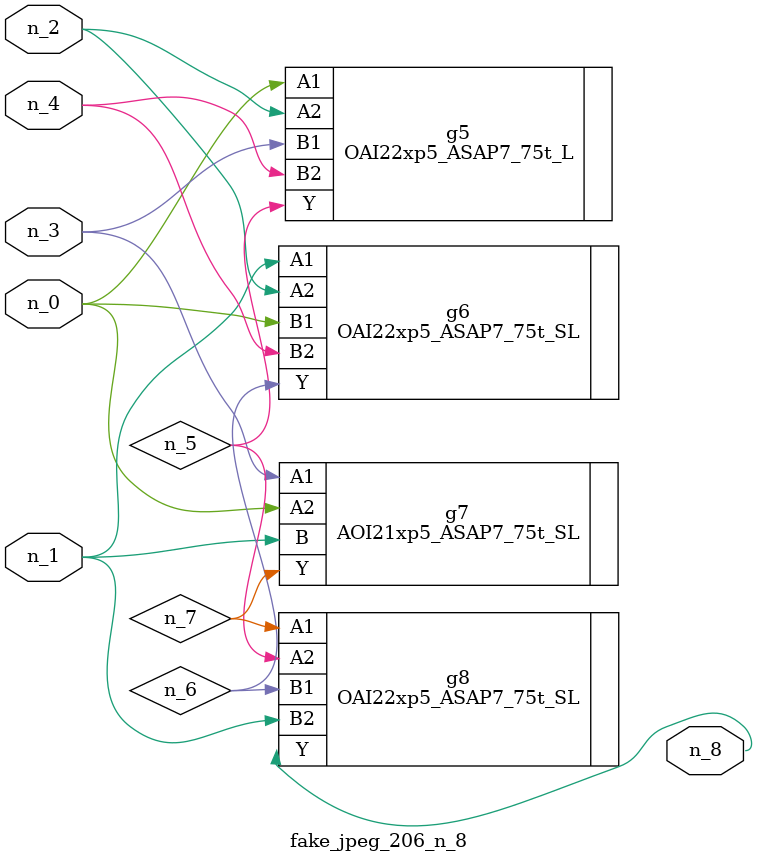
<source format=v>
module fake_jpeg_206_n_8 (n_3, n_2, n_1, n_0, n_4, n_8);

input n_3;
input n_2;
input n_1;
input n_0;
input n_4;

output n_8;

wire n_6;
wire n_5;
wire n_7;

OAI22xp5_ASAP7_75t_L g5 ( 
.A1(n_0),
.A2(n_2),
.B1(n_3),
.B2(n_4),
.Y(n_5)
);

OAI22xp5_ASAP7_75t_SL g6 ( 
.A1(n_1),
.A2(n_2),
.B1(n_0),
.B2(n_4),
.Y(n_6)
);

AOI21xp5_ASAP7_75t_SL g7 ( 
.A1(n_3),
.A2(n_0),
.B(n_1),
.Y(n_7)
);

OAI22xp5_ASAP7_75t_SL g8 ( 
.A1(n_7),
.A2(n_5),
.B1(n_6),
.B2(n_1),
.Y(n_8)
);


endmodule
</source>
